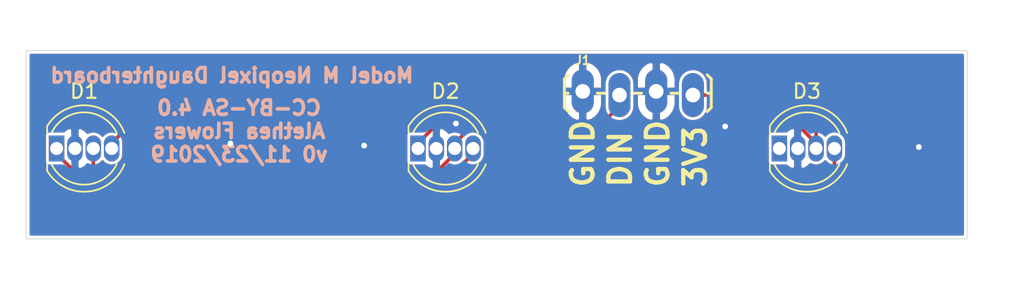
<source format=kicad_pcb>
(kicad_pcb (version 20171130) (host pcbnew "(5.1.2)-2")

  (general
    (thickness 1.6)
    (drawings 15)
    (tracks 46)
    (zones 0)
    (modules 4)
    (nets 7)
  )

  (page A4)
  (layers
    (0 F.Cu signal)
    (31 B.Cu signal)
    (32 B.Adhes user)
    (33 F.Adhes user)
    (34 B.Paste user)
    (35 F.Paste user)
    (36 B.SilkS user)
    (37 F.SilkS user)
    (38 B.Mask user)
    (39 F.Mask user)
    (40 Dwgs.User user)
    (41 Cmts.User user)
    (42 Eco1.User user)
    (43 Eco2.User user)
    (44 Edge.Cuts user)
    (45 Margin user)
    (46 B.CrtYd user)
    (47 F.CrtYd user)
    (48 B.Fab user)
    (49 F.Fab user)
  )

  (setup
    (last_trace_width 0.25)
    (trace_clearance 0.2)
    (zone_clearance 0.2)
    (zone_45_only yes)
    (trace_min 0.2)
    (via_size 0.8)
    (via_drill 0.4)
    (via_min_size 0.4)
    (via_min_drill 0.3)
    (uvia_size 0.3)
    (uvia_drill 0.1)
    (uvias_allowed no)
    (uvia_min_size 0.2)
    (uvia_min_drill 0.1)
    (edge_width 0.05)
    (segment_width 0.2)
    (pcb_text_width 0.3)
    (pcb_text_size 1.5 1.5)
    (mod_edge_width 0.12)
    (mod_text_size 1 1)
    (mod_text_width 0.15)
    (pad_size 1.524 1.524)
    (pad_drill 0.762)
    (pad_to_mask_clearance 0.051)
    (solder_mask_min_width 0.25)
    (aux_axis_origin 0 0)
    (visible_elements FFFFFF7F)
    (pcbplotparams
      (layerselection 0x010fc_ffffffff)
      (usegerberextensions false)
      (usegerberattributes false)
      (usegerberadvancedattributes false)
      (creategerberjobfile false)
      (excludeedgelayer true)
      (linewidth 0.100000)
      (plotframeref false)
      (viasonmask false)
      (mode 1)
      (useauxorigin false)
      (hpglpennumber 1)
      (hpglpenspeed 20)
      (hpglpendiameter 15.000000)
      (psnegative false)
      (psa4output false)
      (plotreference true)
      (plotvalue true)
      (plotinvisibletext false)
      (padsonsilk false)
      (subtractmaskfromsilk false)
      (outputformat 1)
      (mirror false)
      (drillshape 0)
      (scaleselection 1)
      (outputdirectory "gerbers"))
  )

  (net 0 "")
  (net 1 "Net-(D1-Pad4)")
  (net 2 VDD)
  (net 3 GND)
  (net 4 "Net-(D1-Pad1)")
  (net 5 "Net-(D2-Pad1)")
  (net 6 "Net-(D3-Pad1)")

  (net_class Default "This is the default net class."
    (clearance 0.2)
    (trace_width 0.25)
    (via_dia 0.8)
    (via_drill 0.4)
    (uvia_dia 0.3)
    (uvia_drill 0.1)
    (add_net GND)
    (add_net "Net-(D1-Pad1)")
    (add_net "Net-(D1-Pad4)")
    (add_net "Net-(D2-Pad1)")
    (add_net "Net-(D3-Pad1)")
    (add_net VDD)
  )

  (module "SF Connectors:1X04_LOCK_LONGPADS" (layer F.Cu) (tedit 5963D329) (tstamp 5DD99B1E)
    (at 145.65 88.4)
    (descr "PLATED THROUGH HOLE - 4 PIN LONG PADS W/ LOCKING FOOTPRINT")
    (tags "PLATED THROUGH HOLE - 4 PIN LONG PADS W/ LOCKING FOOTPRINT")
    (path /5DE5F9F3)
    (attr virtual)
    (fp_text reference J1 (at 0 -2.159) (layer F.SilkS)
      (effects (font (size 0.6096 0.6096) (thickness 0.127)))
    )
    (fp_text value CONN_04LOCK_LONGPADS (at -0.127 2.286) (layer F.SilkS) hide
      (effects (font (size 0.6096 0.6096) (thickness 0.127)))
    )
    (fp_line (start 8.89 -0.8636) (end 8.6106 -1.143) (layer F.SilkS) (width 0.2032))
    (fp_line (start 8.89 0.127) (end 8.89 -0.8636) (layer F.SilkS) (width 0.2032))
    (fp_line (start 8.89 1.1176) (end 8.6106 1.397) (layer F.SilkS) (width 0.2032))
    (fp_line (start 8.89 0.127) (end 8.89 1.1176) (layer F.SilkS) (width 0.2032))
    (fp_line (start 8.89 0.127) (end 8.636 0.127) (layer F.SilkS) (width 0.2032))
    (fp_line (start -1.27 1.1176) (end -0.9906 1.397) (layer F.SilkS) (width 0.2032))
    (fp_line (start -1.27 0.127) (end -1.27 1.1176) (layer F.SilkS) (width 0.2032))
    (fp_line (start -1.27 -0.8636) (end -0.9906 -1.143) (layer F.SilkS) (width 0.2032))
    (fp_line (start -1.27 0.127) (end -1.27 -0.8636) (layer F.SilkS) (width 0.2032))
    (fp_line (start -1.27 0.127) (end -1.016 0.127) (layer F.SilkS) (width 0.2032))
    (fp_line (start 6.604 0.127) (end 6.096 0.127) (layer F.SilkS) (width 0.2032))
    (fp_line (start 4.064 0.127) (end 3.556 0.127) (layer F.SilkS) (width 0.2032))
    (fp_line (start 1.524 0.127) (end 1.016 0.127) (layer F.SilkS) (width 0.2032))
    (pad 4 thru_hole oval (at 7.62 0.254 180) (size 1.524 3.048) (drill 1.016) (layers *.Cu *.Mask)
      (net 2 VDD) (solder_mask_margin 0.1016))
    (pad 3 thru_hole oval (at 5.08 0 180) (size 1.524 3.048) (drill 1.016) (layers *.Cu *.Mask)
      (net 3 GND) (solder_mask_margin 0.1016))
    (pad 2 thru_hole oval (at 2.54 0.254 180) (size 1.524 3.048) (drill 1.016) (layers *.Cu *.Mask)
      (net 1 "Net-(D1-Pad4)") (solder_mask_margin 0.1016))
    (pad 1 thru_hole oval (at 0 0 180) (size 1.524 3.048) (drill 1.016) (layers *.Cu *.Mask)
      (net 3 GND) (solder_mask_margin 0.1016))
  )

  (module LED_THT:LED_D5.0mm-4_RGB (layer F.Cu) (tedit 5B74EEBE) (tstamp 5DD99B09)
    (at 159.25 92.35)
    (descr "LED, diameter 5.0mm, 2 pins, diameter 5.0mm, 3 pins, diameter 5.0mm, 4 pins, http://www.kingbright.com/attachments/file/psearch/000/00/00/L-154A4SUREQBFZGEW(Ver.9A).pdf")
    (tags "LED diameter 5.0mm 2 pins diameter 5.0mm 3 pins diameter 5.0mm 4 pins RGB RGBLED")
    (path /5DE5EB54)
    (fp_text reference D3 (at 1.905 -3.96) (layer F.SilkS)
      (effects (font (size 1 1) (thickness 0.15)))
    )
    (fp_text value NeoPixel_THT (at 1.905 3.96) (layer F.Fab)
      (effects (font (size 1 1) (thickness 0.15)))
    )
    (fp_text user %R (at 1.905 -3.96) (layer F.Fab)
      (effects (font (size 1 1) (thickness 0.15)))
    )
    (fp_line (start 5.15 -3.25) (end -1.35 -3.25) (layer F.CrtYd) (width 0.05))
    (fp_line (start 5.15 3.25) (end 5.15 -3.25) (layer F.CrtYd) (width 0.05))
    (fp_line (start -1.35 3.25) (end 5.15 3.25) (layer F.CrtYd) (width 0.05))
    (fp_line (start -1.35 -3.25) (end -1.35 3.25) (layer F.CrtYd) (width 0.05))
    (fp_line (start -0.655 1.08) (end -0.655 1.545) (layer F.SilkS) (width 0.12))
    (fp_line (start -0.655 -1.545) (end -0.655 -1.08) (layer F.SilkS) (width 0.12))
    (fp_line (start -0.595 -1.469694) (end -0.595 1.469694) (layer F.Fab) (width 0.1))
    (fp_circle (center 1.905 0) (end 4.405 0) (layer F.Fab) (width 0.1))
    (fp_arc (start 1.905 0) (end -0.349684 1.08) (angle -128.8) (layer F.SilkS) (width 0.12))
    (fp_arc (start 1.905 0) (end -0.349684 -1.08) (angle 128.8) (layer F.SilkS) (width 0.12))
    (fp_arc (start 1.905 0) (end -0.655 1.54483) (angle -127.7) (layer F.SilkS) (width 0.12))
    (fp_arc (start 1.905 0) (end -0.655 -1.54483) (angle 127.7) (layer F.SilkS) (width 0.12))
    (fp_arc (start 1.905 0) (end -0.595 -1.469694) (angle 299.1) (layer F.Fab) (width 0.1))
    (pad 4 thru_hole oval (at 3.81 0) (size 1.07 1.8) (drill 0.9) (layers *.Cu *.Mask)
      (net 5 "Net-(D2-Pad1)"))
    (pad 3 thru_hole oval (at 2.54 0) (size 1.07 1.8) (drill 0.9) (layers *.Cu *.Mask)
      (net 2 VDD))
    (pad 2 thru_hole oval (at 1.27 0) (size 1.07 1.8) (drill 0.9) (layers *.Cu *.Mask)
      (net 3 GND))
    (pad 1 thru_hole rect (at 0 0) (size 1.07 1.8) (drill 0.9) (layers *.Cu *.Mask)
      (net 6 "Net-(D3-Pad1)"))
    (model ${KISYS3DMOD}/LED_THT.3dshapes/LED_D5.0mm-4_RGB.wrl
      (at (xyz 0 0 0))
      (scale (xyz 1 1 1))
      (rotate (xyz 0 0 0))
    )
  )

  (module LED_THT:LED_D5.0mm-4_RGB (layer F.Cu) (tedit 5B74EEBE) (tstamp 5DD99AF3)
    (at 134.25 92.35)
    (descr "LED, diameter 5.0mm, 2 pins, diameter 5.0mm, 3 pins, diameter 5.0mm, 4 pins, http://www.kingbright.com/attachments/file/psearch/000/00/00/L-154A4SUREQBFZGEW(Ver.9A).pdf")
    (tags "LED diameter 5.0mm 2 pins diameter 5.0mm 3 pins diameter 5.0mm 4 pins RGB RGBLED")
    (path /5DE5D9E7)
    (fp_text reference D2 (at 1.905 -3.96) (layer F.SilkS)
      (effects (font (size 1 1) (thickness 0.15)))
    )
    (fp_text value NeoPixel_THT (at 1.905 3.96) (layer F.Fab)
      (effects (font (size 1 1) (thickness 0.15)))
    )
    (fp_text user %R (at 1.905 -3.96) (layer F.Fab)
      (effects (font (size 1 1) (thickness 0.15)))
    )
    (fp_line (start 5.15 -3.25) (end -1.35 -3.25) (layer F.CrtYd) (width 0.05))
    (fp_line (start 5.15 3.25) (end 5.15 -3.25) (layer F.CrtYd) (width 0.05))
    (fp_line (start -1.35 3.25) (end 5.15 3.25) (layer F.CrtYd) (width 0.05))
    (fp_line (start -1.35 -3.25) (end -1.35 3.25) (layer F.CrtYd) (width 0.05))
    (fp_line (start -0.655 1.08) (end -0.655 1.545) (layer F.SilkS) (width 0.12))
    (fp_line (start -0.655 -1.545) (end -0.655 -1.08) (layer F.SilkS) (width 0.12))
    (fp_line (start -0.595 -1.469694) (end -0.595 1.469694) (layer F.Fab) (width 0.1))
    (fp_circle (center 1.905 0) (end 4.405 0) (layer F.Fab) (width 0.1))
    (fp_arc (start 1.905 0) (end -0.349684 1.08) (angle -128.8) (layer F.SilkS) (width 0.12))
    (fp_arc (start 1.905 0) (end -0.349684 -1.08) (angle 128.8) (layer F.SilkS) (width 0.12))
    (fp_arc (start 1.905 0) (end -0.655 1.54483) (angle -127.7) (layer F.SilkS) (width 0.12))
    (fp_arc (start 1.905 0) (end -0.655 -1.54483) (angle 127.7) (layer F.SilkS) (width 0.12))
    (fp_arc (start 1.905 0) (end -0.595 -1.469694) (angle 299.1) (layer F.Fab) (width 0.1))
    (pad 4 thru_hole oval (at 3.81 0) (size 1.07 1.8) (drill 0.9) (layers *.Cu *.Mask)
      (net 4 "Net-(D1-Pad1)"))
    (pad 3 thru_hole oval (at 2.54 0) (size 1.07 1.8) (drill 0.9) (layers *.Cu *.Mask)
      (net 2 VDD))
    (pad 2 thru_hole oval (at 1.27 0) (size 1.07 1.8) (drill 0.9) (layers *.Cu *.Mask)
      (net 3 GND))
    (pad 1 thru_hole rect (at 0 0) (size 1.07 1.8) (drill 0.9) (layers *.Cu *.Mask)
      (net 5 "Net-(D2-Pad1)"))
    (model ${KISYS3DMOD}/LED_THT.3dshapes/LED_D5.0mm-4_RGB.wrl
      (at (xyz 0 0 0))
      (scale (xyz 1 1 1))
      (rotate (xyz 0 0 0))
    )
  )

  (module LED_THT:LED_D5.0mm-4_RGB (layer F.Cu) (tedit 5B74EEBE) (tstamp 5DD99ADD)
    (at 109.25 92.35)
    (descr "LED, diameter 5.0mm, 2 pins, diameter 5.0mm, 3 pins, diameter 5.0mm, 4 pins, http://www.kingbright.com/attachments/file/psearch/000/00/00/L-154A4SUREQBFZGEW(Ver.9A).pdf")
    (tags "LED diameter 5.0mm 2 pins diameter 5.0mm 3 pins diameter 5.0mm 4 pins RGB RGBLED")
    (path /5DE5D081)
    (fp_text reference D1 (at 1.905 -3.96) (layer F.SilkS)
      (effects (font (size 1 1) (thickness 0.15)))
    )
    (fp_text value NeoPixel_THT (at 1.905 3.96) (layer F.Fab)
      (effects (font (size 1 1) (thickness 0.15)))
    )
    (fp_text user %R (at 1.905 -3.96) (layer F.Fab)
      (effects (font (size 1 1) (thickness 0.15)))
    )
    (fp_line (start 5.15 -3.25) (end -1.35 -3.25) (layer F.CrtYd) (width 0.05))
    (fp_line (start 5.15 3.25) (end 5.15 -3.25) (layer F.CrtYd) (width 0.05))
    (fp_line (start -1.35 3.25) (end 5.15 3.25) (layer F.CrtYd) (width 0.05))
    (fp_line (start -1.35 -3.25) (end -1.35 3.25) (layer F.CrtYd) (width 0.05))
    (fp_line (start -0.655 1.08) (end -0.655 1.545) (layer F.SilkS) (width 0.12))
    (fp_line (start -0.655 -1.545) (end -0.655 -1.08) (layer F.SilkS) (width 0.12))
    (fp_line (start -0.595 -1.469694) (end -0.595 1.469694) (layer F.Fab) (width 0.1))
    (fp_circle (center 1.905 0) (end 4.405 0) (layer F.Fab) (width 0.1))
    (fp_arc (start 1.905 0) (end -0.349684 1.08) (angle -128.8) (layer F.SilkS) (width 0.12))
    (fp_arc (start 1.905 0) (end -0.349684 -1.08) (angle 128.8) (layer F.SilkS) (width 0.12))
    (fp_arc (start 1.905 0) (end -0.655 1.54483) (angle -127.7) (layer F.SilkS) (width 0.12))
    (fp_arc (start 1.905 0) (end -0.655 -1.54483) (angle 127.7) (layer F.SilkS) (width 0.12))
    (fp_arc (start 1.905 0) (end -0.595 -1.469694) (angle 299.1) (layer F.Fab) (width 0.1))
    (pad 4 thru_hole oval (at 3.81 0) (size 1.07 1.8) (drill 0.9) (layers *.Cu *.Mask)
      (net 1 "Net-(D1-Pad4)"))
    (pad 3 thru_hole oval (at 2.54 0) (size 1.07 1.8) (drill 0.9) (layers *.Cu *.Mask)
      (net 2 VDD))
    (pad 2 thru_hole oval (at 1.27 0) (size 1.07 1.8) (drill 0.9) (layers *.Cu *.Mask)
      (net 3 GND))
    (pad 1 thru_hole rect (at 0 0) (size 1.07 1.8) (drill 0.9) (layers *.Cu *.Mask)
      (net 4 "Net-(D1-Pad1)"))
    (model ${KISYS3DMOD}/LED_THT.3dshapes/LED_D5.0mm-4_RGB.wrl
      (at (xyz 0 0 0))
      (scale (xyz 1 1 1))
      (rotate (xyz 0 0 0))
    )
  )

  (gr_text "CC-BY-SA 4.0\nAlethea Flowers\nv0 11/23/2019" (at 121.875 91.15) (layer B.SilkS)
    (effects (font (size 1 1) (thickness 0.25)) (justify mirror))
  )
  (gr_text "Model M Neopixel Daughterboard" (at 121.375 87.3) (layer B.SilkS)
    (effects (font (size 1 1) (thickness 0.25)) (justify mirror))
  )
  (gr_text 3V3 (at 153.425 92.914286 90) (layer F.SilkS) (tstamp 5DD99DB7)
    (effects (font (size 1.5 1.5) (thickness 0.3)))
  )
  (gr_text GND (at 150.833332 92.7 90) (layer F.SilkS) (tstamp 5DD99DB4)
    (effects (font (size 1.5 1.5) (thickness 0.3)))
  )
  (gr_text DIN (at 148.241666 93.092857 90) (layer F.SilkS) (tstamp 5DD99DB0)
    (effects (font (size 1.5 1.5) (thickness 0.3)))
  )
  (gr_text GND (at 145.65 92.7 90) (layer F.SilkS)
    (effects (font (size 1.5 1.5) (thickness 0.3)))
  )
  (dimension 25 (width 0.15) (layer Dwgs.User)
    (gr_text "25.000 mm" (at 148.65 103.425) (layer Dwgs.User)
      (effects (font (size 1 1) (thickness 0.15)))
    )
    (feature1 (pts (xy 161.15 92.4) (xy 161.15 102.711421)))
    (feature2 (pts (xy 136.15 92.4) (xy 136.15 102.711421)))
    (crossbar (pts (xy 136.15 102.125) (xy 161.15 102.125)))
    (arrow1a (pts (xy 161.15 102.125) (xy 160.023496 102.711421)))
    (arrow1b (pts (xy 161.15 102.125) (xy 160.023496 101.538579)))
    (arrow2a (pts (xy 136.15 102.125) (xy 137.276504 102.711421)))
    (arrow2b (pts (xy 136.15 102.125) (xy 137.276504 101.538579)))
  )
  (dimension 25 (width 0.15) (layer Dwgs.User)
    (gr_text "25.000 mm" (at 123.65 103.425) (layer Dwgs.User)
      (effects (font (size 1 1) (thickness 0.15)))
    )
    (feature1 (pts (xy 136.15 92.4) (xy 136.15 102.711421)))
    (feature2 (pts (xy 111.15 92.4) (xy 111.15 102.711421)))
    (crossbar (pts (xy 111.15 102.125) (xy 136.15 102.125)))
    (arrow1a (pts (xy 136.15 102.125) (xy 135.023496 102.711421)))
    (arrow1b (pts (xy 136.15 102.125) (xy 135.023496 101.538579)))
    (arrow2a (pts (xy 111.15 102.125) (xy 112.276504 102.711421)))
    (arrow2b (pts (xy 111.15 102.125) (xy 112.276504 101.538579)))
  )
  (dimension 4 (width 0.15) (layer Dwgs.User)
    (gr_text "4.000 mm" (at 109.15 103.425) (layer Dwgs.User)
      (effects (font (size 1 1) (thickness 0.15)))
    )
    (feature1 (pts (xy 111.15 92.4) (xy 111.15 102.711421)))
    (feature2 (pts (xy 107.15 92.4) (xy 107.15 102.711421)))
    (crossbar (pts (xy 107.15 102.125) (xy 111.15 102.125)))
    (arrow1a (pts (xy 111.15 102.125) (xy 110.023496 102.711421)))
    (arrow1b (pts (xy 111.15 102.125) (xy 110.023496 101.538579)))
    (arrow2a (pts (xy 107.15 102.125) (xy 108.276504 102.711421)))
    (arrow2b (pts (xy 107.15 102.125) (xy 108.276504 101.538579)))
  )
  (dimension 13.025 (width 0.15) (layer Dwgs.User)
    (gr_text "13.025 mm" (at 174.825 92.0875 90) (layer Dwgs.User)
      (effects (font (size 1 1) (thickness 0.15)))
    )
    (feature1 (pts (xy 172.25 85.575) (xy 174.111421 85.575)))
    (feature2 (pts (xy 172.25 98.6) (xy 174.111421 98.6)))
    (crossbar (pts (xy 173.525 98.6) (xy 173.525 85.575)))
    (arrow1a (pts (xy 173.525 85.575) (xy 174.111421 86.701504)))
    (arrow1b (pts (xy 173.525 85.575) (xy 172.938579 86.701504)))
    (arrow2a (pts (xy 173.525 98.6) (xy 174.111421 97.473496)))
    (arrow2b (pts (xy 173.525 98.6) (xy 172.938579 97.473496)))
  )
  (dimension 65.1 (width 0.15) (layer Dwgs.User)
    (gr_text "65.100 mm" (at 139.7 82.775) (layer Dwgs.User)
      (effects (font (size 1 1) (thickness 0.15)))
    )
    (feature1 (pts (xy 172.25 85.575) (xy 172.25 83.488579)))
    (feature2 (pts (xy 107.15 85.575) (xy 107.15 83.488579)))
    (crossbar (pts (xy 107.15 84.075) (xy 172.25 84.075)))
    (arrow1a (pts (xy 172.25 84.075) (xy 171.123496 84.661421)))
    (arrow1b (pts (xy 172.25 84.075) (xy 171.123496 83.488579)))
    (arrow2a (pts (xy 107.15 84.075) (xy 108.276504 84.661421)))
    (arrow2b (pts (xy 107.15 84.075) (xy 108.276504 83.488579)))
  )
  (gr_line (start 107.15 98.6) (end 107.15 85.575) (layer Edge.Cuts) (width 0.05))
  (gr_line (start 172.25 98.6) (end 107.15 98.6) (layer Edge.Cuts) (width 0.05))
  (gr_line (start 172.25 85.575) (end 172.25 98.6) (layer Edge.Cuts) (width 0.05))
  (gr_line (start 107.15 85.575) (end 172.25 85.575) (layer Edge.Cuts) (width 0.05))

  (via (at 136.875 90.625) (size 0.8) (drill 0.4) (layers F.Cu B.Cu) (net 3))
  (via (at 130.525 92.15) (size 0.8) (drill 0.4) (layers F.Cu B.Cu) (net 3))
  (via (at 121.275 92) (size 0.8) (drill 0.4) (layers F.Cu B.Cu) (net 3))
  (segment (start 113.06 91.985) (end 113.06 92.35) (width 0.25) (layer F.Cu) (net 1))
  (segment (start 148.19 88.654) (end 148.19 89.416) (width 0.25) (layer F.Cu) (net 1))
  (segment (start 148.19 89.416) (end 146.631 90.975) (width 0.25) (layer F.Cu) (net 1))
  (segment (start 146.631 90.975) (end 144.275 90.975) (width 0.25) (layer F.Cu) (net 1))
  (segment (start 144.275 90.975) (end 140.625 87.325) (width 0.25) (layer F.Cu) (net 1))
  (segment (start 140.625 87.325) (end 117.72 87.325) (width 0.25) (layer F.Cu) (net 1))
  (segment (start 117.72 87.325) (end 113.06 91.985) (width 0.25) (layer F.Cu) (net 1))
  (segment (start 154.282 88.654) (end 154.286 88.65) (width 0.25) (layer F.Cu) (net 2))
  (segment (start 153.27 88.654) (end 154.282 88.654) (width 0.25) (layer F.Cu) (net 2))
  (segment (start 158.455 88.65) (end 161.79 91.985) (width 0.25) (layer F.Cu) (net 2))
  (segment (start 154.286 88.65) (end 158.455 88.65) (width 0.25) (layer F.Cu) (net 2))
  (segment (start 111.79 93.5) (end 114.265 95.975) (width 0.25) (layer F.Cu) (net 2))
  (segment (start 111.79 92.35) (end 111.79 93.5) (width 0.25) (layer F.Cu) (net 2))
  (segment (start 136.79 92.715) (end 136.79 92.35) (width 0.25) (layer F.Cu) (net 2))
  (segment (start 133.53 95.975) (end 136.79 92.715) (width 0.25) (layer F.Cu) (net 2))
  (segment (start 114.265 95.975) (end 133.53 95.975) (width 0.25) (layer F.Cu) (net 2))
  (segment (start 153.27 89.416) (end 153.27 88.654) (width 0.25) (layer F.Cu) (net 2))
  (segment (start 161.79 91.985) (end 161.79 92.35) (width 0.25) (layer F.Cu) (net 2))
  (segment (start 161.79 90.985) (end 161.79 92.35) (width 0.25) (layer F.Cu) (net 2))
  (segment (start 164.15 90.1) (end 162.675 90.1) (width 0.25) (layer F.Cu) (net 2))
  (segment (start 162.675 90.1) (end 161.79 90.985) (width 0.25) (layer F.Cu) (net 2))
  (segment (start 164.6 90.55) (end 164.15 90.1) (width 0.25) (layer F.Cu) (net 2))
  (segment (start 136.79 91.985) (end 138.8 89.975) (width 0.25) (layer F.Cu) (net 2))
  (segment (start 136.79 92.35) (end 136.79 91.985) (width 0.25) (layer F.Cu) (net 2))
  (segment (start 141.425 89.975) (end 146.375 94.925) (width 0.25) (layer F.Cu) (net 2))
  (segment (start 164.6 93.45) (end 164.6 90.55) (width 0.25) (layer F.Cu) (net 2))
  (segment (start 146.375 94.925) (end 163.125 94.925) (width 0.25) (layer F.Cu) (net 2))
  (segment (start 138.8 89.975) (end 141.425 89.975) (width 0.25) (layer F.Cu) (net 2))
  (segment (start 163.125 94.925) (end 164.6 93.45) (width 0.25) (layer F.Cu) (net 2))
  (via (at 168.9 92.25) (size 0.8) (drill 0.4) (layers F.Cu B.Cu) (net 3))
  (via (at 155.5 90.825) (size 0.8) (drill 0.4) (layers F.Cu B.Cu) (net 3))
  (segment (start 109.25 92.715) (end 113.71 97.175) (width 0.25) (layer F.Cu) (net 4))
  (segment (start 109.25 92.35) (end 109.25 92.715) (width 0.25) (layer F.Cu) (net 4))
  (segment (start 138.06 92.715) (end 138.06 92.35) (width 0.25) (layer F.Cu) (net 4))
  (segment (start 133.6 97.175) (end 138.06 92.715) (width 0.25) (layer F.Cu) (net 4))
  (segment (start 113.71 97.175) (end 133.6 97.175) (width 0.25) (layer F.Cu) (net 4))
  (segment (start 163.06 93.5) (end 162.26 94.3) (width 0.25) (layer F.Cu) (net 5))
  (segment (start 163.06 92.35) (end 163.06 93.5) (width 0.25) (layer F.Cu) (net 5))
  (segment (start 162.26 94.3) (end 146.7 94.3) (width 0.25) (layer F.Cu) (net 5))
  (segment (start 146.7 94.3) (end 141.275 88.875) (width 0.25) (layer F.Cu) (net 5))
  (segment (start 134.25 91.985) (end 134.25 92.35) (width 0.25) (layer F.Cu) (net 5))
  (segment (start 137.36 88.875) (end 134.25 91.985) (width 0.25) (layer F.Cu) (net 5))
  (segment (start 141.275 88.875) (end 137.36 88.875) (width 0.25) (layer F.Cu) (net 5))

  (zone (net 3) (net_name GND) (layer F.Cu) (tstamp 5DD99E49) (hatch edge 0.508)
    (connect_pads (clearance 0.2))
    (min_thickness 0.2)
    (fill yes (arc_segments 32) (thermal_gap 0.508) (thermal_bridge_width 0.508))
    (polygon
      (pts
        (xy 107.15 85.575) (xy 172.275 85.575) (xy 172.275 98.6) (xy 107.2 98.6)
      )
    )
    (filled_polygon
      (pts
        (xy 171.925001 98.275) (xy 107.475 98.275) (xy 107.475 91.45) (xy 108.413549 91.45) (xy 108.413549 93.25)
        (xy 108.419341 93.30881) (xy 108.436496 93.36536) (xy 108.464353 93.417477) (xy 108.501842 93.463158) (xy 108.547523 93.500647)
        (xy 108.59964 93.528504) (xy 108.65619 93.545659) (xy 108.715 93.551451) (xy 109.485411 93.551451) (xy 113.394721 97.460762)
        (xy 113.408026 97.476974) (xy 113.47274 97.530084) (xy 113.546573 97.569548) (xy 113.602383 97.586478) (xy 113.626685 97.59385)
        (xy 113.635098 97.594679) (xy 113.689126 97.6) (xy 113.689132 97.6) (xy 113.709999 97.602055) (xy 113.730866 97.6)
        (xy 133.579133 97.6) (xy 133.6 97.602055) (xy 133.620867 97.6) (xy 133.620874 97.6) (xy 133.683314 97.59385)
        (xy 133.763427 97.569548) (xy 133.83726 97.530084) (xy 133.901974 97.476974) (xy 133.915284 97.460756) (xy 137.851666 93.524375)
        (xy 137.896312 93.537918) (xy 138.06 93.55404) (xy 138.223689 93.537918) (xy 138.381087 93.490172) (xy 138.526146 93.412636)
        (xy 138.653291 93.308291) (xy 138.757636 93.181146) (xy 138.835172 93.036087) (xy 138.882918 92.878689) (xy 138.895 92.756019)
        (xy 138.895 91.943981) (xy 138.882918 91.821311) (xy 138.835172 91.663913) (xy 138.757636 91.518854) (xy 138.653291 91.391709)
        (xy 138.526145 91.287364) (xy 138.381086 91.209828) (xy 138.223688 91.162082) (xy 138.214831 91.16121) (xy 138.976041 90.4)
        (xy 141.24896 90.4) (xy 146.059721 95.210762) (xy 146.073026 95.226974) (xy 146.13774 95.280084) (xy 146.211573 95.319548)
        (xy 146.267383 95.336478) (xy 146.291685 95.34385) (xy 146.300098 95.344679) (xy 146.354126 95.35) (xy 146.354132 95.35)
        (xy 146.374999 95.352055) (xy 146.395866 95.35) (xy 163.104133 95.35) (xy 163.125 95.352055) (xy 163.145867 95.35)
        (xy 163.145874 95.35) (xy 163.208314 95.34385) (xy 163.288427 95.319548) (xy 163.36226 95.280084) (xy 163.426974 95.226974)
        (xy 163.440283 95.210757) (xy 164.885763 93.765278) (xy 164.901974 93.751974) (xy 164.955084 93.68726) (xy 164.994548 93.613427)
        (xy 165.015105 93.545659) (xy 165.01885 93.533315) (xy 165.020075 93.520874) (xy 165.025 93.470874) (xy 165.025 93.470868)
        (xy 165.027055 93.450001) (xy 165.025 93.429134) (xy 165.025 90.570866) (xy 165.027055 90.549999) (xy 165.025 90.529132)
        (xy 165.025 90.529126) (xy 165.01885 90.466686) (xy 164.994548 90.386573) (xy 164.955084 90.31274) (xy 164.901974 90.248026)
        (xy 164.885762 90.234721) (xy 164.465283 89.814243) (xy 164.451974 89.798026) (xy 164.38726 89.744916) (xy 164.313427 89.705452)
        (xy 164.233314 89.68115) (xy 164.170874 89.675) (xy 164.170867 89.675) (xy 164.15 89.672945) (xy 164.129133 89.675)
        (xy 162.695866 89.675) (xy 162.674999 89.672945) (xy 162.654132 89.675) (xy 162.654126 89.675) (xy 162.600098 89.680321)
        (xy 162.591685 89.68115) (xy 162.567383 89.688522) (xy 162.511573 89.705452) (xy 162.43774 89.744916) (xy 162.373026 89.798026)
        (xy 162.359721 89.814238) (xy 161.504243 90.669717) (xy 161.488026 90.683026) (xy 161.434916 90.747741) (xy 161.395452 90.821574)
        (xy 161.382194 90.86528) (xy 161.37115 90.901686) (xy 161.370321 90.910099) (xy 161.365463 90.959423) (xy 158.770283 88.364243)
        (xy 158.756974 88.348026) (xy 158.69226 88.294916) (xy 158.618427 88.255452) (xy 158.538314 88.23115) (xy 158.475874 88.225)
        (xy 158.475867 88.225) (xy 158.455 88.222945) (xy 158.434133 88.225) (xy 154.332 88.225) (xy 154.332 87.839834)
        (xy 154.316633 87.683812) (xy 154.255907 87.483624) (xy 154.157293 87.29913) (xy 154.024581 87.137419) (xy 153.86287 87.004707)
        (xy 153.678376 86.906093) (xy 153.478188 86.845367) (xy 153.27 86.824862) (xy 153.061813 86.845367) (xy 152.861625 86.906093)
        (xy 152.677131 87.004707) (xy 152.51542 87.137419) (xy 152.382708 87.29913) (xy 152.284094 87.483624) (xy 152.223368 87.683812)
        (xy 152.208 87.839834) (xy 152.208 89.468165) (xy 152.223367 89.624187) (xy 152.284093 89.824375) (xy 152.382707 90.00887)
        (xy 152.515419 90.170581) (xy 152.67713 90.303293) (xy 152.861624 90.401907) (xy 153.061812 90.462633) (xy 153.27 90.483138)
        (xy 153.478187 90.462633) (xy 153.678375 90.401907) (xy 153.86287 90.303293) (xy 154.024581 90.170581) (xy 154.157293 90.00887)
        (xy 154.255907 89.824376) (xy 154.316633 89.624188) (xy 154.332 89.468166) (xy 154.332 89.076131) (xy 154.343485 89.075)
        (xy 158.27896 89.075) (xy 160.118305 90.914345) (xy 160.013029 90.949073) (xy 159.820671 91.067883) (xy 159.734021 91.148549)
        (xy 158.715 91.148549) (xy 158.65619 91.154341) (xy 158.59964 91.171496) (xy 158.547523 91.199353) (xy 158.501842 91.236842)
        (xy 158.464353 91.282523) (xy 158.436496 91.33464) (xy 158.419341 91.39119) (xy 158.413549 91.45) (xy 158.413549 93.25)
        (xy 158.419341 93.30881) (xy 158.436496 93.36536) (xy 158.464353 93.417477) (xy 158.501842 93.463158) (xy 158.547523 93.500647)
        (xy 158.59964 93.528504) (xy 158.65619 93.545659) (xy 158.715 93.551451) (xy 159.734021 93.551451) (xy 159.820671 93.632117)
        (xy 160.013029 93.750927) (xy 160.190722 93.809543) (xy 160.366 93.693961) (xy 160.366 92.504) (xy 160.346 92.504)
        (xy 160.346 92.196) (xy 160.366 92.196) (xy 160.366 92.176) (xy 160.674 92.176) (xy 160.674 92.196)
        (xy 160.694 92.196) (xy 160.694 92.504) (xy 160.674 92.504) (xy 160.674 93.693961) (xy 160.849278 93.809543)
        (xy 161.026971 93.750927) (xy 161.219329 93.632117) (xy 161.384812 93.478063) (xy 161.401909 93.454357) (xy 161.468914 93.490172)
        (xy 161.626312 93.537918) (xy 161.79 93.55404) (xy 161.953689 93.537918) (xy 162.111087 93.490172) (xy 162.256146 93.412636)
        (xy 162.383291 93.308291) (xy 162.425001 93.257468) (xy 162.46671 93.308291) (xy 162.567748 93.391211) (xy 162.08396 93.875)
        (xy 146.87604 93.875) (xy 144.40104 91.4) (xy 146.610133 91.4) (xy 146.631 91.402055) (xy 146.651867 91.4)
        (xy 146.651874 91.4) (xy 146.714314 91.39385) (xy 146.794427 91.369548) (xy 146.86826 91.330084) (xy 146.932974 91.276974)
        (xy 146.946283 91.260757) (xy 147.799662 90.407379) (xy 147.981812 90.462633) (xy 148.19 90.483138) (xy 148.398187 90.462633)
        (xy 148.598375 90.401907) (xy 148.78287 90.303293) (xy 148.944581 90.170581) (xy 149.077293 90.00887) (xy 149.175907 89.824376)
        (xy 149.236633 89.624188) (xy 149.252 89.468166) (xy 149.252 88.554) (xy 149.36 88.554) (xy 149.36 89.316)
        (xy 149.416368 89.580315) (xy 149.523218 89.828554) (xy 149.676444 90.051178) (xy 149.870158 90.239631) (xy 150.096915 90.386671)
        (xy 150.364939 90.482466) (xy 150.576 90.370225) (xy 150.576 88.554) (xy 150.884 88.554) (xy 150.884 90.370225)
        (xy 151.095061 90.482466) (xy 151.363085 90.386671) (xy 151.589842 90.239631) (xy 151.783556 90.051178) (xy 151.936782 89.828554)
        (xy 152.043632 89.580315) (xy 152.1 89.316) (xy 152.1 88.554) (xy 150.884 88.554) (xy 150.576 88.554)
        (xy 149.36 88.554) (xy 149.252 88.554) (xy 149.252 87.839834) (xy 149.236633 87.683812) (xy 149.176022 87.484)
        (xy 149.36 87.484) (xy 149.36 88.246) (xy 150.576 88.246) (xy 150.576 86.429775) (xy 150.884 86.429775)
        (xy 150.884 88.246) (xy 152.1 88.246) (xy 152.1 87.484) (xy 152.043632 87.219685) (xy 151.936782 86.971446)
        (xy 151.783556 86.748822) (xy 151.589842 86.560369) (xy 151.363085 86.413329) (xy 151.095061 86.317534) (xy 150.884 86.429775)
        (xy 150.576 86.429775) (xy 150.364939 86.317534) (xy 150.096915 86.413329) (xy 149.870158 86.560369) (xy 149.676444 86.748822)
        (xy 149.523218 86.971446) (xy 149.416368 87.219685) (xy 149.36 87.484) (xy 149.176022 87.484) (xy 149.175907 87.483624)
        (xy 149.077293 87.29913) (xy 148.944581 87.137419) (xy 148.78287 87.004707) (xy 148.598376 86.906093) (xy 148.398188 86.845367)
        (xy 148.19 86.824862) (xy 147.981813 86.845367) (xy 147.781625 86.906093) (xy 147.597131 87.004707) (xy 147.43542 87.137419)
        (xy 147.302708 87.29913) (xy 147.204094 87.483624) (xy 147.143368 87.683812) (xy 147.128 87.839834) (xy 147.128 89.468165)
        (xy 147.143367 89.624187) (xy 147.198622 89.806338) (xy 146.45496 90.55) (xy 144.45104 90.55) (xy 142.45504 88.554)
        (xy 144.28 88.554) (xy 144.28 89.316) (xy 144.336368 89.580315) (xy 144.443218 89.828554) (xy 144.596444 90.051178)
        (xy 144.790158 90.239631) (xy 145.016915 90.386671) (xy 145.284939 90.482466) (xy 145.496 90.370225) (xy 145.496 88.554)
        (xy 145.804 88.554) (xy 145.804 90.370225) (xy 146.015061 90.482466) (xy 146.283085 90.386671) (xy 146.509842 90.239631)
        (xy 146.703556 90.051178) (xy 146.856782 89.828554) (xy 146.963632 89.580315) (xy 147.02 89.316) (xy 147.02 88.554)
        (xy 145.804 88.554) (xy 145.496 88.554) (xy 144.28 88.554) (xy 142.45504 88.554) (xy 141.38504 87.484)
        (xy 144.28 87.484) (xy 144.28 88.246) (xy 145.496 88.246) (xy 145.496 86.429775) (xy 145.804 86.429775)
        (xy 145.804 88.246) (xy 147.02 88.246) (xy 147.02 87.484) (xy 146.963632 87.219685) (xy 146.856782 86.971446)
        (xy 146.703556 86.748822) (xy 146.509842 86.560369) (xy 146.283085 86.413329) (xy 146.015061 86.317534) (xy 145.804 86.429775)
        (xy 145.496 86.429775) (xy 145.284939 86.317534) (xy 145.016915 86.413329) (xy 144.790158 86.560369) (xy 144.596444 86.748822)
        (xy 144.443218 86.971446) (xy 144.336368 87.219685) (xy 144.28 87.484) (xy 141.38504 87.484) (xy 140.940284 87.039244)
        (xy 140.926974 87.023026) (xy 140.86226 86.969916) (xy 140.788427 86.930452) (xy 140.708314 86.90615) (xy 140.645874 86.9)
        (xy 140.645867 86.9) (xy 140.625 86.897945) (xy 140.604133 86.9) (xy 117.740866 86.9) (xy 117.719999 86.897945)
        (xy 117.699132 86.9) (xy 117.699126 86.9) (xy 117.645098 86.905321) (xy 117.636685 86.90615) (xy 117.612383 86.913522)
        (xy 117.556573 86.930452) (xy 117.48274 86.969916) (xy 117.441855 87.00347) (xy 117.440348 87.004707) (xy 117.418026 87.023026)
        (xy 117.404721 87.039238) (xy 113.268335 91.175625) (xy 113.223688 91.162082) (xy 113.06 91.14596) (xy 112.896311 91.162082)
        (xy 112.738913 91.209828) (xy 112.593854 91.287364) (xy 112.466709 91.391709) (xy 112.425 91.442532) (xy 112.383291 91.391709)
        (xy 112.256145 91.287364) (xy 112.111086 91.209828) (xy 111.953688 91.162082) (xy 111.79 91.14596) (xy 111.626311 91.162082)
        (xy 111.468913 91.209828) (xy 111.401908 91.245643) (xy 111.384812 91.221937) (xy 111.219329 91.067883) (xy 111.026971 90.949073)
        (xy 110.849278 90.890457) (xy 110.674 91.006039) (xy 110.674 92.196) (xy 110.694 92.196) (xy 110.694 92.504)
        (xy 110.674 92.504) (xy 110.674 92.524) (xy 110.366 92.524) (xy 110.366 92.504) (xy 110.346 92.504)
        (xy 110.346 92.196) (xy 110.366 92.196) (xy 110.366 91.006039) (xy 110.190722 90.890457) (xy 110.013029 90.949073)
        (xy 109.820671 91.067883) (xy 109.734021 91.148549) (xy 108.715 91.148549) (xy 108.65619 91.154341) (xy 108.59964 91.171496)
        (xy 108.547523 91.199353) (xy 108.501842 91.236842) (xy 108.464353 91.282523) (xy 108.436496 91.33464) (xy 108.419341 91.39119)
        (xy 108.413549 91.45) (xy 107.475 91.45) (xy 107.475 85.9) (xy 171.925 85.9)
      )
    )
    (filled_polygon
      (pts
        (xy 141.14896 88.45) (xy 137.380866 88.45) (xy 137.359999 88.447945) (xy 137.339132 88.45) (xy 137.339126 88.45)
        (xy 137.285098 88.455321) (xy 137.276685 88.45615) (xy 137.252383 88.463522) (xy 137.196573 88.480452) (xy 137.12274 88.519916)
        (xy 137.058026 88.573026) (xy 137.044721 88.589238) (xy 134.485411 91.148549) (xy 133.715 91.148549) (xy 133.65619 91.154341)
        (xy 133.59964 91.171496) (xy 133.547523 91.199353) (xy 133.501842 91.236842) (xy 133.464353 91.282523) (xy 133.436496 91.33464)
        (xy 133.419341 91.39119) (xy 133.413549 91.45) (xy 133.413549 93.25) (xy 133.419341 93.30881) (xy 133.436496 93.36536)
        (xy 133.464353 93.417477) (xy 133.501842 93.463158) (xy 133.547523 93.500647) (xy 133.59964 93.528504) (xy 133.65619 93.545659)
        (xy 133.715 93.551451) (xy 134.734021 93.551451) (xy 134.820671 93.632117) (xy 135.013029 93.750927) (xy 135.118305 93.785655)
        (xy 133.35396 95.55) (xy 114.44104 95.55) (xy 112.282252 93.391212) (xy 112.383291 93.308291) (xy 112.425001 93.257468)
        (xy 112.46671 93.308291) (xy 112.593855 93.412636) (xy 112.738914 93.490172) (xy 112.896312 93.537918) (xy 113.06 93.55404)
        (xy 113.223689 93.537918) (xy 113.381087 93.490172) (xy 113.526146 93.412636) (xy 113.653291 93.308291) (xy 113.757636 93.181146)
        (xy 113.835172 93.036087) (xy 113.882918 92.878689) (xy 113.895 92.756019) (xy 113.895 91.943981) (xy 113.882918 91.821311)
        (xy 113.869375 91.776665) (xy 117.896041 87.75) (xy 140.44896 87.75)
      )
    )
    (filled_polygon
      (pts
        (xy 135.674 92.196) (xy 135.694 92.196) (xy 135.694 92.504) (xy 135.674 92.504) (xy 135.674 92.524)
        (xy 135.366 92.524) (xy 135.366 92.504) (xy 135.346 92.504) (xy 135.346 92.196) (xy 135.366 92.196)
        (xy 135.366 92.176) (xy 135.674 92.176)
      )
    )
    (filled_polygon
      (pts
        (xy 141.34896 89.55) (xy 138.820866 89.55) (xy 138.799999 89.547945) (xy 138.779132 89.55) (xy 138.779126 89.55)
        (xy 138.725098 89.555321) (xy 138.716685 89.55615) (xy 138.692383 89.563522) (xy 138.636573 89.580452) (xy 138.56274 89.619916)
        (xy 138.498026 89.673026) (xy 138.484721 89.689238) (xy 136.998334 91.175625) (xy 136.953688 91.162082) (xy 136.79 91.14596)
        (xy 136.626311 91.162082) (xy 136.468913 91.209828) (xy 136.401908 91.245643) (xy 136.384812 91.221937) (xy 136.219329 91.067883)
        (xy 136.026971 90.949073) (xy 135.921695 90.914345) (xy 137.536041 89.3) (xy 141.09896 89.3)
      )
    )
  )
  (zone (net 3) (net_name GND) (layer B.Cu) (tstamp 5DD99E46) (hatch edge 0.508)
    (connect_pads (clearance 0.2))
    (min_thickness 0.2)
    (fill yes (arc_segments 32) (thermal_gap 0.508) (thermal_bridge_width 0.508))
    (polygon
      (pts
        (xy 107.095769 85.575) (xy 172.220769 85.575) (xy 172.220769 98.6) (xy 107.145769 98.6)
      )
    )
    (filled_polygon
      (pts
        (xy 171.925001 98.275) (xy 107.475 98.275) (xy 107.475 91.45) (xy 108.413549 91.45) (xy 108.413549 93.25)
        (xy 108.419341 93.30881) (xy 108.436496 93.36536) (xy 108.464353 93.417477) (xy 108.501842 93.463158) (xy 108.547523 93.500647)
        (xy 108.59964 93.528504) (xy 108.65619 93.545659) (xy 108.715 93.551451) (xy 109.734021 93.551451) (xy 109.820671 93.632117)
        (xy 110.013029 93.750927) (xy 110.190722 93.809543) (xy 110.366 93.693961) (xy 110.366 92.504) (xy 110.346 92.504)
        (xy 110.346 92.196) (xy 110.366 92.196) (xy 110.366 91.006039) (xy 110.674 91.006039) (xy 110.674 92.196)
        (xy 110.694 92.196) (xy 110.694 92.504) (xy 110.674 92.504) (xy 110.674 93.693961) (xy 110.849278 93.809543)
        (xy 111.026971 93.750927) (xy 111.219329 93.632117) (xy 111.384812 93.478063) (xy 111.401909 93.454357) (xy 111.468914 93.490172)
        (xy 111.626312 93.537918) (xy 111.79 93.55404) (xy 111.953689 93.537918) (xy 112.111087 93.490172) (xy 112.256146 93.412636)
        (xy 112.383291 93.308291) (xy 112.425001 93.257468) (xy 112.46671 93.308291) (xy 112.593855 93.412636) (xy 112.738914 93.490172)
        (xy 112.896312 93.537918) (xy 113.06 93.55404) (xy 113.223689 93.537918) (xy 113.381087 93.490172) (xy 113.526146 93.412636)
        (xy 113.653291 93.308291) (xy 113.757636 93.181146) (xy 113.835172 93.036087) (xy 113.882918 92.878689) (xy 113.895 92.756019)
        (xy 113.895 91.943981) (xy 113.882918 91.821311) (xy 113.835172 91.663913) (xy 113.757636 91.518854) (xy 113.70113 91.45)
        (xy 133.413549 91.45) (xy 133.413549 93.25) (xy 133.419341 93.30881) (xy 133.436496 93.36536) (xy 133.464353 93.417477)
        (xy 133.501842 93.463158) (xy 133.547523 93.500647) (xy 133.59964 93.528504) (xy 133.65619 93.545659) (xy 133.715 93.551451)
        (xy 134.734021 93.551451) (xy 134.820671 93.632117) (xy 135.013029 93.750927) (xy 135.190722 93.809543) (xy 135.366 93.693961)
        (xy 135.366 92.504) (xy 135.346 92.504) (xy 135.346 92.196) (xy 135.366 92.196) (xy 135.366 91.006039)
        (xy 135.674 91.006039) (xy 135.674 92.196) (xy 135.694 92.196) (xy 135.694 92.504) (xy 135.674 92.504)
        (xy 135.674 93.693961) (xy 135.849278 93.809543) (xy 136.026971 93.750927) (xy 136.219329 93.632117) (xy 136.384812 93.478063)
        (xy 136.401909 93.454357) (xy 136.468914 93.490172) (xy 136.626312 93.537918) (xy 136.79 93.55404) (xy 136.953689 93.537918)
        (xy 137.111087 93.490172) (xy 137.256146 93.412636) (xy 137.383291 93.308291) (xy 137.425001 93.257468) (xy 137.46671 93.308291)
        (xy 137.593855 93.412636) (xy 137.738914 93.490172) (xy 137.896312 93.537918) (xy 138.06 93.55404) (xy 138.223689 93.537918)
        (xy 138.381087 93.490172) (xy 138.526146 93.412636) (xy 138.653291 93.308291) (xy 138.757636 93.181146) (xy 138.835172 93.036087)
        (xy 138.882918 92.878689) (xy 138.895 92.756019) (xy 138.895 91.943981) (xy 138.882918 91.821311) (xy 138.835172 91.663913)
        (xy 138.757636 91.518854) (xy 138.70113 91.45) (xy 158.413549 91.45) (xy 158.413549 93.25) (xy 158.419341 93.30881)
        (xy 158.436496 93.36536) (xy 158.464353 93.417477) (xy 158.501842 93.463158) (xy 158.547523 93.500647) (xy 158.59964 93.528504)
        (xy 158.65619 93.545659) (xy 158.715 93.551451) (xy 159.734021 93.551451) (xy 159.820671 93.632117) (xy 160.013029 93.750927)
        (xy 160.190722 93.809543) (xy 160.366 93.693961) (xy 160.366 92.504) (xy 160.346 92.504) (xy 160.346 92.196)
        (xy 160.366 92.196) (xy 160.366 91.006039) (xy 160.674 91.006039) (xy 160.674 92.196) (xy 160.694 92.196)
        (xy 160.694 92.504) (xy 160.674 92.504) (xy 160.674 93.693961) (xy 160.849278 93.809543) (xy 161.026971 93.750927)
        (xy 161.219329 93.632117) (xy 161.384812 93.478063) (xy 161.401909 93.454357) (xy 161.468914 93.490172) (xy 161.626312 93.537918)
        (xy 161.79 93.55404) (xy 161.953689 93.537918) (xy 162.111087 93.490172) (xy 162.256146 93.412636) (xy 162.383291 93.308291)
        (xy 162.425001 93.257468) (xy 162.46671 93.308291) (xy 162.593855 93.412636) (xy 162.738914 93.490172) (xy 162.896312 93.537918)
        (xy 163.06 93.55404) (xy 163.223689 93.537918) (xy 163.381087 93.490172) (xy 163.526146 93.412636) (xy 163.653291 93.308291)
        (xy 163.757636 93.181146) (xy 163.835172 93.036087) (xy 163.882918 92.878689) (xy 163.895 92.756019) (xy 163.895 91.943981)
        (xy 163.882918 91.821311) (xy 163.835172 91.663913) (xy 163.757636 91.518854) (xy 163.653291 91.391709) (xy 163.526145 91.287364)
        (xy 163.381086 91.209828) (xy 163.223688 91.162082) (xy 163.06 91.14596) (xy 162.896311 91.162082) (xy 162.738913 91.209828)
        (xy 162.593854 91.287364) (xy 162.466709 91.391709) (xy 162.425 91.442532) (xy 162.383291 91.391709) (xy 162.256145 91.287364)
        (xy 162.111086 91.209828) (xy 161.953688 91.162082) (xy 161.79 91.14596) (xy 161.626311 91.162082) (xy 161.468913 91.209828)
        (xy 161.401908 91.245643) (xy 161.384812 91.221937) (xy 161.219329 91.067883) (xy 161.026971 90.949073) (xy 160.849278 90.890457)
        (xy 160.674 91.006039) (xy 160.366 91.006039) (xy 160.190722 90.890457) (xy 160.013029 90.949073) (xy 159.820671 91.067883)
        (xy 159.734021 91.148549) (xy 158.715 91.148549) (xy 158.65619 91.154341) (xy 158.59964 91.171496) (xy 158.547523 91.199353)
        (xy 158.501842 91.236842) (xy 158.464353 91.282523) (xy 158.436496 91.33464) (xy 158.419341 91.39119) (xy 158.413549 91.45)
        (xy 138.70113 91.45) (xy 138.653291 91.391709) (xy 138.526145 91.287364) (xy 138.381086 91.209828) (xy 138.223688 91.162082)
        (xy 138.06 91.14596) (xy 137.896311 91.162082) (xy 137.738913 91.209828) (xy 137.593854 91.287364) (xy 137.466709 91.391709)
        (xy 137.425 91.442532) (xy 137.383291 91.391709) (xy 137.256145 91.287364) (xy 137.111086 91.209828) (xy 136.953688 91.162082)
        (xy 136.79 91.14596) (xy 136.626311 91.162082) (xy 136.468913 91.209828) (xy 136.401908 91.245643) (xy 136.384812 91.221937)
        (xy 136.219329 91.067883) (xy 136.026971 90.949073) (xy 135.849278 90.890457) (xy 135.674 91.006039) (xy 135.366 91.006039)
        (xy 135.190722 90.890457) (xy 135.013029 90.949073) (xy 134.820671 91.067883) (xy 134.734021 91.148549) (xy 133.715 91.148549)
        (xy 133.65619 91.154341) (xy 133.59964 91.171496) (xy 133.547523 91.199353) (xy 133.501842 91.236842) (xy 133.464353 91.282523)
        (xy 133.436496 91.33464) (xy 133.419341 91.39119) (xy 133.413549 91.45) (xy 113.70113 91.45) (xy 113.653291 91.391709)
        (xy 113.526145 91.287364) (xy 113.381086 91.209828) (xy 113.223688 91.162082) (xy 113.06 91.14596) (xy 112.896311 91.162082)
        (xy 112.738913 91.209828) (xy 112.593854 91.287364) (xy 112.466709 91.391709) (xy 112.425 91.442532) (xy 112.383291 91.391709)
        (xy 112.256145 91.287364) (xy 112.111086 91.209828) (xy 111.953688 91.162082) (xy 111.79 91.14596) (xy 111.626311 91.162082)
        (xy 111.468913 91.209828) (xy 111.401908 91.245643) (xy 111.384812 91.221937) (xy 111.219329 91.067883) (xy 111.026971 90.949073)
        (xy 110.849278 90.890457) (xy 110.674 91.006039) (xy 110.366 91.006039) (xy 110.190722 90.890457) (xy 110.013029 90.949073)
        (xy 109.820671 91.067883) (xy 109.734021 91.148549) (xy 108.715 91.148549) (xy 108.65619 91.154341) (xy 108.59964 91.171496)
        (xy 108.547523 91.199353) (xy 108.501842 91.236842) (xy 108.464353 91.282523) (xy 108.436496 91.33464) (xy 108.419341 91.39119)
        (xy 108.413549 91.45) (xy 107.475 91.45) (xy 107.475 88.554) (xy 144.28 88.554) (xy 144.28 89.316)
        (xy 144.336368 89.580315) (xy 144.443218 89.828554) (xy 144.596444 90.051178) (xy 144.790158 90.239631) (xy 145.016915 90.386671)
        (xy 145.284939 90.482466) (xy 145.496 90.370225) (xy 145.496 88.554) (xy 145.804 88.554) (xy 145.804 90.370225)
        (xy 146.015061 90.482466) (xy 146.283085 90.386671) (xy 146.509842 90.239631) (xy 146.703556 90.051178) (xy 146.856782 89.828554)
        (xy 146.963632 89.580315) (xy 147.02 89.316) (xy 147.02 88.554) (xy 145.804 88.554) (xy 145.496 88.554)
        (xy 144.28 88.554) (xy 107.475 88.554) (xy 107.475 87.484) (xy 144.28 87.484) (xy 144.28 88.246)
        (xy 145.496 88.246) (xy 145.496 86.429775) (xy 145.804 86.429775) (xy 145.804 88.246) (xy 147.02 88.246)
        (xy 147.02 87.839834) (xy 147.128 87.839834) (xy 147.128 89.468165) (xy 147.143367 89.624187) (xy 147.204093 89.824375)
        (xy 147.302707 90.00887) (xy 147.435419 90.170581) (xy 147.59713 90.303293) (xy 147.781624 90.401907) (xy 147.981812 90.462633)
        (xy 148.19 90.483138) (xy 148.398187 90.462633) (xy 148.598375 90.401907) (xy 148.78287 90.303293) (xy 148.944581 90.170581)
        (xy 149.077293 90.00887) (xy 149.175907 89.824376) (xy 149.236633 89.624188) (xy 149.252 89.468166) (xy 149.252 88.554)
        (xy 149.36 88.554) (xy 149.36 89.316) (xy 149.416368 89.580315) (xy 149.523218 89.828554) (xy 149.676444 90.051178)
        (xy 149.870158 90.239631) (xy 150.096915 90.386671) (xy 150.364939 90.482466) (xy 150.576 90.370225) (xy 150.576 88.554)
        (xy 150.884 88.554) (xy 150.884 90.370225) (xy 151.095061 90.482466) (xy 151.363085 90.386671) (xy 151.589842 90.239631)
        (xy 151.783556 90.051178) (xy 151.936782 89.828554) (xy 152.043632 89.580315) (xy 152.1 89.316) (xy 152.1 88.554)
        (xy 150.884 88.554) (xy 150.576 88.554) (xy 149.36 88.554) (xy 149.252 88.554) (xy 149.252 87.839834)
        (xy 149.236633 87.683812) (xy 149.176022 87.484) (xy 149.36 87.484) (xy 149.36 88.246) (xy 150.576 88.246)
        (xy 150.576 86.429775) (xy 150.884 86.429775) (xy 150.884 88.246) (xy 152.1 88.246) (xy 152.1 87.839834)
        (xy 152.208 87.839834) (xy 152.208 89.468165) (xy 152.223367 89.624187) (xy 152.284093 89.824375) (xy 152.382707 90.00887)
        (xy 152.515419 90.170581) (xy 152.67713 90.303293) (xy 152.861624 90.401907) (xy 153.061812 90.462633) (xy 153.27 90.483138)
        (xy 153.478187 90.462633) (xy 153.678375 90.401907) (xy 153.86287 90.303293) (xy 154.024581 90.170581) (xy 154.157293 90.00887)
        (xy 154.255907 89.824376) (xy 154.316633 89.624188) (xy 154.332 89.468166) (xy 154.332 87.839834) (xy 154.316633 87.683812)
        (xy 154.255907 87.483624) (xy 154.157293 87.29913) (xy 154.024581 87.137419) (xy 153.86287 87.004707) (xy 153.678376 86.906093)
        (xy 153.478188 86.845367) (xy 153.27 86.824862) (xy 153.061813 86.845367) (xy 152.861625 86.906093) (xy 152.677131 87.004707)
        (xy 152.51542 87.137419) (xy 152.382708 87.29913) (xy 152.284094 87.483624) (xy 152.223368 87.683812) (xy 152.208 87.839834)
        (xy 152.1 87.839834) (xy 152.1 87.484) (xy 152.043632 87.219685) (xy 151.936782 86.971446) (xy 151.783556 86.748822)
        (xy 151.589842 86.560369) (xy 151.363085 86.413329) (xy 151.095061 86.317534) (xy 150.884 86.429775) (xy 150.576 86.429775)
        (xy 150.364939 86.317534) (xy 150.096915 86.413329) (xy 149.870158 86.560369) (xy 149.676444 86.748822) (xy 149.523218 86.971446)
        (xy 149.416368 87.219685) (xy 149.36 87.484) (xy 149.176022 87.484) (xy 149.175907 87.483624) (xy 149.077293 87.29913)
        (xy 148.944581 87.137419) (xy 148.78287 87.004707) (xy 148.598376 86.906093) (xy 148.398188 86.845367) (xy 148.19 86.824862)
        (xy 147.981813 86.845367) (xy 147.781625 86.906093) (xy 147.597131 87.004707) (xy 147.43542 87.137419) (xy 147.302708 87.29913)
        (xy 147.204094 87.483624) (xy 147.143368 87.683812) (xy 147.128 87.839834) (xy 147.02 87.839834) (xy 147.02 87.484)
        (xy 146.963632 87.219685) (xy 146.856782 86.971446) (xy 146.703556 86.748822) (xy 146.509842 86.560369) (xy 146.283085 86.413329)
        (xy 146.015061 86.317534) (xy 145.804 86.429775) (xy 145.496 86.429775) (xy 145.284939 86.317534) (xy 145.016915 86.413329)
        (xy 144.790158 86.560369) (xy 144.596444 86.748822) (xy 144.443218 86.971446) (xy 144.336368 87.219685) (xy 144.28 87.484)
        (xy 107.475 87.484) (xy 107.475 85.9) (xy 171.925 85.9)
      )
    )
  )
)

</source>
